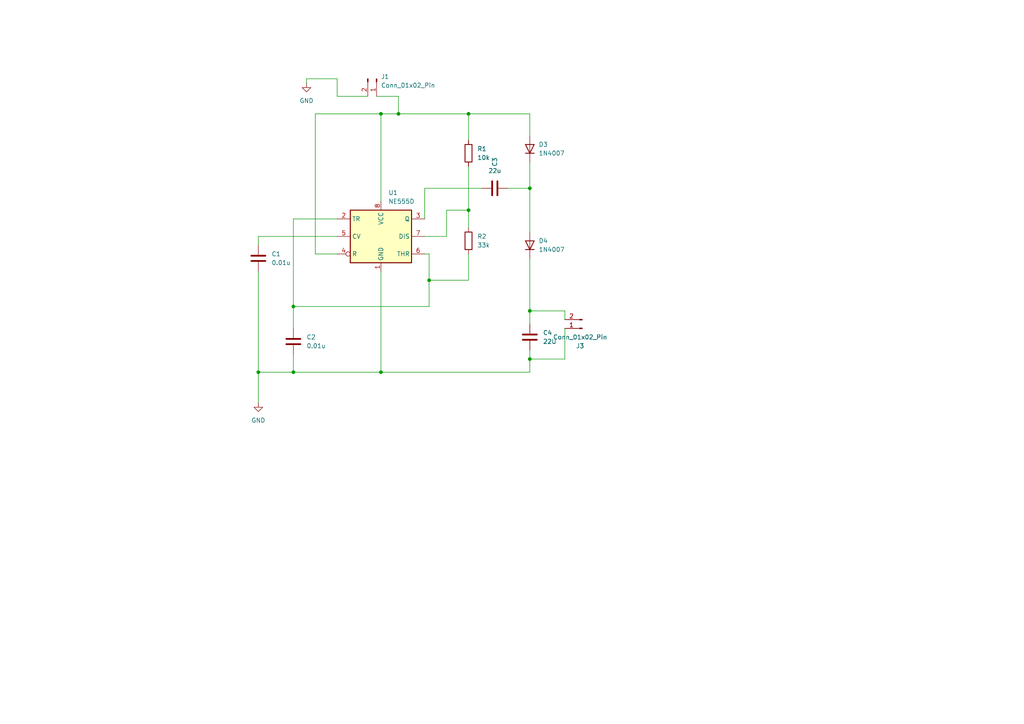
<source format=kicad_sch>
(kicad_sch
	(version 20250114)
	(generator "eeschema")
	(generator_version "9.0")
	(uuid "521efa3f-5708-428c-b778-da4a52286930")
	(paper "A4")
	(title_block
		(title "Voltage doubler")
		(date "1/12/2025")
		(rev "1.0")
		(company "XYZ")
	)
	(lib_symbols
		(symbol "Connector:Conn_01x02_Pin"
			(pin_names
				(offset 1.016)
				(hide yes)
			)
			(exclude_from_sim no)
			(in_bom yes)
			(on_board yes)
			(property "Reference" "J"
				(at 0 2.54 0)
				(effects
					(font
						(size 1.27 1.27)
					)
				)
			)
			(property "Value" "Conn_01x02_Pin"
				(at 0 -5.08 0)
				(effects
					(font
						(size 1.27 1.27)
					)
				)
			)
			(property "Footprint" ""
				(at 0 0 0)
				(effects
					(font
						(size 1.27 1.27)
					)
					(hide yes)
				)
			)
			(property "Datasheet" "~"
				(at 0 0 0)
				(effects
					(font
						(size 1.27 1.27)
					)
					(hide yes)
				)
			)
			(property "Description" "Generic connector, single row, 01x02, script generated"
				(at 0 0 0)
				(effects
					(font
						(size 1.27 1.27)
					)
					(hide yes)
				)
			)
			(property "ki_locked" ""
				(at 0 0 0)
				(effects
					(font
						(size 1.27 1.27)
					)
				)
			)
			(property "ki_keywords" "connector"
				(at 0 0 0)
				(effects
					(font
						(size 1.27 1.27)
					)
					(hide yes)
				)
			)
			(property "ki_fp_filters" "Connector*:*_1x??_*"
				(at 0 0 0)
				(effects
					(font
						(size 1.27 1.27)
					)
					(hide yes)
				)
			)
			(symbol "Conn_01x02_Pin_1_1"
				(rectangle
					(start 0.8636 0.127)
					(end 0 -0.127)
					(stroke
						(width 0.1524)
						(type default)
					)
					(fill
						(type outline)
					)
				)
				(rectangle
					(start 0.8636 -2.413)
					(end 0 -2.667)
					(stroke
						(width 0.1524)
						(type default)
					)
					(fill
						(type outline)
					)
				)
				(polyline
					(pts
						(xy 1.27 0) (xy 0.8636 0)
					)
					(stroke
						(width 0.1524)
						(type default)
					)
					(fill
						(type none)
					)
				)
				(polyline
					(pts
						(xy 1.27 -2.54) (xy 0.8636 -2.54)
					)
					(stroke
						(width 0.1524)
						(type default)
					)
					(fill
						(type none)
					)
				)
				(pin passive line
					(at 5.08 0 180)
					(length 3.81)
					(name "Pin_1"
						(effects
							(font
								(size 1.27 1.27)
							)
						)
					)
					(number "1"
						(effects
							(font
								(size 1.27 1.27)
							)
						)
					)
				)
				(pin passive line
					(at 5.08 -2.54 180)
					(length 3.81)
					(name "Pin_2"
						(effects
							(font
								(size 1.27 1.27)
							)
						)
					)
					(number "2"
						(effects
							(font
								(size 1.27 1.27)
							)
						)
					)
				)
			)
			(embedded_fonts no)
		)
		(symbol "Device:C"
			(pin_numbers
				(hide yes)
			)
			(pin_names
				(offset 0.254)
			)
			(exclude_from_sim no)
			(in_bom yes)
			(on_board yes)
			(property "Reference" "C"
				(at 0.635 2.54 0)
				(effects
					(font
						(size 1.27 1.27)
					)
					(justify left)
				)
			)
			(property "Value" "C"
				(at 0.635 -2.54 0)
				(effects
					(font
						(size 1.27 1.27)
					)
					(justify left)
				)
			)
			(property "Footprint" ""
				(at 0.9652 -3.81 0)
				(effects
					(font
						(size 1.27 1.27)
					)
					(hide yes)
				)
			)
			(property "Datasheet" "~"
				(at 0 0 0)
				(effects
					(font
						(size 1.27 1.27)
					)
					(hide yes)
				)
			)
			(property "Description" "Unpolarized capacitor"
				(at 0 0 0)
				(effects
					(font
						(size 1.27 1.27)
					)
					(hide yes)
				)
			)
			(property "ki_keywords" "cap capacitor"
				(at 0 0 0)
				(effects
					(font
						(size 1.27 1.27)
					)
					(hide yes)
				)
			)
			(property "ki_fp_filters" "C_*"
				(at 0 0 0)
				(effects
					(font
						(size 1.27 1.27)
					)
					(hide yes)
				)
			)
			(symbol "C_0_1"
				(polyline
					(pts
						(xy -2.032 0.762) (xy 2.032 0.762)
					)
					(stroke
						(width 0.508)
						(type default)
					)
					(fill
						(type none)
					)
				)
				(polyline
					(pts
						(xy -2.032 -0.762) (xy 2.032 -0.762)
					)
					(stroke
						(width 0.508)
						(type default)
					)
					(fill
						(type none)
					)
				)
			)
			(symbol "C_1_1"
				(pin passive line
					(at 0 3.81 270)
					(length 2.794)
					(name "~"
						(effects
							(font
								(size 1.27 1.27)
							)
						)
					)
					(number "1"
						(effects
							(font
								(size 1.27 1.27)
							)
						)
					)
				)
				(pin passive line
					(at 0 -3.81 90)
					(length 2.794)
					(name "~"
						(effects
							(font
								(size 1.27 1.27)
							)
						)
					)
					(number "2"
						(effects
							(font
								(size 1.27 1.27)
							)
						)
					)
				)
			)
			(embedded_fonts no)
		)
		(symbol "Device:R"
			(pin_numbers
				(hide yes)
			)
			(pin_names
				(offset 0)
			)
			(exclude_from_sim no)
			(in_bom yes)
			(on_board yes)
			(property "Reference" "R"
				(at 2.032 0 90)
				(effects
					(font
						(size 1.27 1.27)
					)
				)
			)
			(property "Value" "R"
				(at 0 0 90)
				(effects
					(font
						(size 1.27 1.27)
					)
				)
			)
			(property "Footprint" ""
				(at -1.778 0 90)
				(effects
					(font
						(size 1.27 1.27)
					)
					(hide yes)
				)
			)
			(property "Datasheet" "~"
				(at 0 0 0)
				(effects
					(font
						(size 1.27 1.27)
					)
					(hide yes)
				)
			)
			(property "Description" "Resistor"
				(at 0 0 0)
				(effects
					(font
						(size 1.27 1.27)
					)
					(hide yes)
				)
			)
			(property "ki_keywords" "R res resistor"
				(at 0 0 0)
				(effects
					(font
						(size 1.27 1.27)
					)
					(hide yes)
				)
			)
			(property "ki_fp_filters" "R_*"
				(at 0 0 0)
				(effects
					(font
						(size 1.27 1.27)
					)
					(hide yes)
				)
			)
			(symbol "R_0_1"
				(rectangle
					(start -1.016 -2.54)
					(end 1.016 2.54)
					(stroke
						(width 0.254)
						(type default)
					)
					(fill
						(type none)
					)
				)
			)
			(symbol "R_1_1"
				(pin passive line
					(at 0 3.81 270)
					(length 1.27)
					(name "~"
						(effects
							(font
								(size 1.27 1.27)
							)
						)
					)
					(number "1"
						(effects
							(font
								(size 1.27 1.27)
							)
						)
					)
				)
				(pin passive line
					(at 0 -3.81 90)
					(length 1.27)
					(name "~"
						(effects
							(font
								(size 1.27 1.27)
							)
						)
					)
					(number "2"
						(effects
							(font
								(size 1.27 1.27)
							)
						)
					)
				)
			)
			(embedded_fonts no)
		)
		(symbol "Diode:1N4007"
			(pin_numbers
				(hide yes)
			)
			(pin_names
				(hide yes)
			)
			(exclude_from_sim no)
			(in_bom yes)
			(on_board yes)
			(property "Reference" "D"
				(at 0 2.54 0)
				(effects
					(font
						(size 1.27 1.27)
					)
				)
			)
			(property "Value" "1N4007"
				(at 0 -2.54 0)
				(effects
					(font
						(size 1.27 1.27)
					)
				)
			)
			(property "Footprint" "Diode_THT:D_DO-41_SOD81_P10.16mm_Horizontal"
				(at 0 -4.445 0)
				(effects
					(font
						(size 1.27 1.27)
					)
					(hide yes)
				)
			)
			(property "Datasheet" "http://www.vishay.com/docs/88503/1n4001.pdf"
				(at 0 0 0)
				(effects
					(font
						(size 1.27 1.27)
					)
					(hide yes)
				)
			)
			(property "Description" "1000V 1A General Purpose Rectifier Diode, DO-41"
				(at 0 0 0)
				(effects
					(font
						(size 1.27 1.27)
					)
					(hide yes)
				)
			)
			(property "Sim.Device" "D"
				(at 0 0 0)
				(effects
					(font
						(size 1.27 1.27)
					)
					(hide yes)
				)
			)
			(property "Sim.Pins" "1=K 2=A"
				(at 0 0 0)
				(effects
					(font
						(size 1.27 1.27)
					)
					(hide yes)
				)
			)
			(property "ki_keywords" "diode"
				(at 0 0 0)
				(effects
					(font
						(size 1.27 1.27)
					)
					(hide yes)
				)
			)
			(property "ki_fp_filters" "D*DO?41*"
				(at 0 0 0)
				(effects
					(font
						(size 1.27 1.27)
					)
					(hide yes)
				)
			)
			(symbol "1N4007_0_1"
				(polyline
					(pts
						(xy -1.27 1.27) (xy -1.27 -1.27)
					)
					(stroke
						(width 0.254)
						(type default)
					)
					(fill
						(type none)
					)
				)
				(polyline
					(pts
						(xy 1.27 1.27) (xy 1.27 -1.27) (xy -1.27 0) (xy 1.27 1.27)
					)
					(stroke
						(width 0.254)
						(type default)
					)
					(fill
						(type none)
					)
				)
				(polyline
					(pts
						(xy 1.27 0) (xy -1.27 0)
					)
					(stroke
						(width 0)
						(type default)
					)
					(fill
						(type none)
					)
				)
			)
			(symbol "1N4007_1_1"
				(pin passive line
					(at -3.81 0 0)
					(length 2.54)
					(name "K"
						(effects
							(font
								(size 1.27 1.27)
							)
						)
					)
					(number "1"
						(effects
							(font
								(size 1.27 1.27)
							)
						)
					)
				)
				(pin passive line
					(at 3.81 0 180)
					(length 2.54)
					(name "A"
						(effects
							(font
								(size 1.27 1.27)
							)
						)
					)
					(number "2"
						(effects
							(font
								(size 1.27 1.27)
							)
						)
					)
				)
			)
			(embedded_fonts no)
		)
		(symbol "Timer:NE555D"
			(exclude_from_sim no)
			(in_bom yes)
			(on_board yes)
			(property "Reference" "U"
				(at -10.16 8.89 0)
				(effects
					(font
						(size 1.27 1.27)
					)
					(justify left)
				)
			)
			(property "Value" "NE555D"
				(at 2.54 8.89 0)
				(effects
					(font
						(size 1.27 1.27)
					)
					(justify left)
				)
			)
			(property "Footprint" "Package_SO:SOIC-8_3.9x4.9mm_P1.27mm"
				(at 21.59 -10.16 0)
				(effects
					(font
						(size 1.27 1.27)
					)
					(hide yes)
				)
			)
			(property "Datasheet" "http://www.ti.com/lit/ds/symlink/ne555.pdf"
				(at 21.59 -10.16 0)
				(effects
					(font
						(size 1.27 1.27)
					)
					(hide yes)
				)
			)
			(property "Description" "Precision Timers, 555 compatible, SOIC-8"
				(at 0 0 0)
				(effects
					(font
						(size 1.27 1.27)
					)
					(hide yes)
				)
			)
			(property "ki_keywords" "single timer 555"
				(at 0 0 0)
				(effects
					(font
						(size 1.27 1.27)
					)
					(hide yes)
				)
			)
			(property "ki_fp_filters" "SOIC*3.9x4.9mm*P1.27mm*"
				(at 0 0 0)
				(effects
					(font
						(size 1.27 1.27)
					)
					(hide yes)
				)
			)
			(symbol "NE555D_0_0"
				(pin power_in line
					(at 0 10.16 270)
					(length 2.54)
					(name "VCC"
						(effects
							(font
								(size 1.27 1.27)
							)
						)
					)
					(number "8"
						(effects
							(font
								(size 1.27 1.27)
							)
						)
					)
				)
				(pin power_in line
					(at 0 -10.16 90)
					(length 2.54)
					(name "GND"
						(effects
							(font
								(size 1.27 1.27)
							)
						)
					)
					(number "1"
						(effects
							(font
								(size 1.27 1.27)
							)
						)
					)
				)
			)
			(symbol "NE555D_0_1"
				(rectangle
					(start -8.89 -7.62)
					(end 8.89 7.62)
					(stroke
						(width 0.254)
						(type default)
					)
					(fill
						(type background)
					)
				)
				(rectangle
					(start -8.89 -7.62)
					(end 8.89 7.62)
					(stroke
						(width 0.254)
						(type default)
					)
					(fill
						(type background)
					)
				)
			)
			(symbol "NE555D_1_1"
				(pin input line
					(at -12.7 5.08 0)
					(length 3.81)
					(name "TR"
						(effects
							(font
								(size 1.27 1.27)
							)
						)
					)
					(number "2"
						(effects
							(font
								(size 1.27 1.27)
							)
						)
					)
				)
				(pin input line
					(at -12.7 0 0)
					(length 3.81)
					(name "CV"
						(effects
							(font
								(size 1.27 1.27)
							)
						)
					)
					(number "5"
						(effects
							(font
								(size 1.27 1.27)
							)
						)
					)
				)
				(pin input inverted
					(at -12.7 -5.08 0)
					(length 3.81)
					(name "R"
						(effects
							(font
								(size 1.27 1.27)
							)
						)
					)
					(number "4"
						(effects
							(font
								(size 1.27 1.27)
							)
						)
					)
				)
				(pin output line
					(at 12.7 5.08 180)
					(length 3.81)
					(name "Q"
						(effects
							(font
								(size 1.27 1.27)
							)
						)
					)
					(number "3"
						(effects
							(font
								(size 1.27 1.27)
							)
						)
					)
				)
				(pin input line
					(at 12.7 0 180)
					(length 3.81)
					(name "DIS"
						(effects
							(font
								(size 1.27 1.27)
							)
						)
					)
					(number "7"
						(effects
							(font
								(size 1.27 1.27)
							)
						)
					)
				)
				(pin input line
					(at 12.7 -5.08 180)
					(length 3.81)
					(name "THR"
						(effects
							(font
								(size 1.27 1.27)
							)
						)
					)
					(number "6"
						(effects
							(font
								(size 1.27 1.27)
							)
						)
					)
				)
			)
			(embedded_fonts no)
		)
		(symbol "power:GND"
			(power)
			(pin_numbers
				(hide yes)
			)
			(pin_names
				(offset 0)
				(hide yes)
			)
			(exclude_from_sim no)
			(in_bom yes)
			(on_board yes)
			(property "Reference" "#PWR"
				(at 0 -6.35 0)
				(effects
					(font
						(size 1.27 1.27)
					)
					(hide yes)
				)
			)
			(property "Value" "GND"
				(at 0 -3.81 0)
				(effects
					(font
						(size 1.27 1.27)
					)
				)
			)
			(property "Footprint" ""
				(at 0 0 0)
				(effects
					(font
						(size 1.27 1.27)
					)
					(hide yes)
				)
			)
			(property "Datasheet" ""
				(at 0 0 0)
				(effects
					(font
						(size 1.27 1.27)
					)
					(hide yes)
				)
			)
			(property "Description" "Power symbol creates a global label with name \"GND\" , ground"
				(at 0 0 0)
				(effects
					(font
						(size 1.27 1.27)
					)
					(hide yes)
				)
			)
			(property "ki_keywords" "global power"
				(at 0 0 0)
				(effects
					(font
						(size 1.27 1.27)
					)
					(hide yes)
				)
			)
			(symbol "GND_0_1"
				(polyline
					(pts
						(xy 0 0) (xy 0 -1.27) (xy 1.27 -1.27) (xy 0 -2.54) (xy -1.27 -1.27) (xy 0 -1.27)
					)
					(stroke
						(width 0)
						(type default)
					)
					(fill
						(type none)
					)
				)
			)
			(symbol "GND_1_1"
				(pin power_in line
					(at 0 0 270)
					(length 0)
					(name "~"
						(effects
							(font
								(size 1.27 1.27)
							)
						)
					)
					(number "1"
						(effects
							(font
								(size 1.27 1.27)
							)
						)
					)
				)
			)
			(embedded_fonts no)
		)
	)
	(junction
		(at 135.89 60.96)
		(diameter 0)
		(color 0 0 0 0)
		(uuid "039d8967-da27-4f3a-adc3-713523512712")
	)
	(junction
		(at 135.89 33.02)
		(diameter 0)
		(color 0 0 0 0)
		(uuid "11ab6187-6712-4741-844b-4b51bb1df777")
	)
	(junction
		(at 153.67 104.14)
		(diameter 0)
		(color 0 0 0 0)
		(uuid "274160be-4347-4eef-909c-83d05162cc84")
	)
	(junction
		(at 74.93 107.95)
		(diameter 0)
		(color 0 0 0 0)
		(uuid "485042d7-c67f-4c7f-8e09-05aea955ea37")
	)
	(junction
		(at 85.09 107.95)
		(diameter 0)
		(color 0 0 0 0)
		(uuid "505f99f8-e7ad-4e81-b14d-67e3256d07c7")
	)
	(junction
		(at 85.09 88.9)
		(diameter 0)
		(color 0 0 0 0)
		(uuid "5c2a77b8-3b70-46da-80d1-3dd18f2e924c")
	)
	(junction
		(at 110.49 107.95)
		(diameter 0)
		(color 0 0 0 0)
		(uuid "afe66c8b-a1cf-44b0-b033-fb1af5913449")
	)
	(junction
		(at 110.49 33.02)
		(diameter 0)
		(color 0 0 0 0)
		(uuid "c2bccd92-771c-431b-827d-de6ce107625b")
	)
	(junction
		(at 115.57 33.02)
		(diameter 0)
		(color 0 0 0 0)
		(uuid "c3035a6f-f62b-4692-ae84-58710b8441c7")
	)
	(junction
		(at 153.67 90.17)
		(diameter 0)
		(color 0 0 0 0)
		(uuid "d74176df-a9ed-4e0a-9aa7-27ba86d3e565")
	)
	(junction
		(at 124.46 81.28)
		(diameter 0)
		(color 0 0 0 0)
		(uuid "dddb45c2-f6e2-4a6e-8711-52cf06f87456")
	)
	(junction
		(at 153.67 54.61)
		(diameter 0)
		(color 0 0 0 0)
		(uuid "f3c28e27-14c0-4e08-a861-80d8fc645e89")
	)
	(wire
		(pts
			(xy 153.67 90.17) (xy 163.83 90.17)
		)
		(stroke
			(width 0)
			(type default)
		)
		(uuid "08503ca5-858e-44af-9c52-19e82c9367cb")
	)
	(wire
		(pts
			(xy 85.09 88.9) (xy 124.46 88.9)
		)
		(stroke
			(width 0)
			(type default)
		)
		(uuid "0a63f50e-075a-45a4-b7eb-5e23145f0f2e")
	)
	(wire
		(pts
			(xy 109.22 27.94) (xy 115.57 27.94)
		)
		(stroke
			(width 0)
			(type default)
		)
		(uuid "1859f6d6-f1fd-4187-8532-a73cb524f2ae")
	)
	(wire
		(pts
			(xy 135.89 60.96) (xy 135.89 66.04)
		)
		(stroke
			(width 0)
			(type default)
		)
		(uuid "1a2b09a2-4b92-4638-8340-f53c16d52145")
	)
	(wire
		(pts
			(xy 124.46 73.66) (xy 124.46 81.28)
		)
		(stroke
			(width 0)
			(type default)
		)
		(uuid "2569c2b4-c162-4714-bd96-1e416199b16e")
	)
	(wire
		(pts
			(xy 153.67 101.6) (xy 153.67 104.14)
		)
		(stroke
			(width 0)
			(type default)
		)
		(uuid "284c4387-934e-45dc-8e8a-730f270aad94")
	)
	(wire
		(pts
			(xy 97.79 68.58) (xy 74.93 68.58)
		)
		(stroke
			(width 0)
			(type default)
		)
		(uuid "336f0de7-9959-491b-99a5-471bd5970de2")
	)
	(wire
		(pts
			(xy 163.83 95.25) (xy 163.83 104.14)
		)
		(stroke
			(width 0)
			(type default)
		)
		(uuid "351ed0b7-4e56-45d8-ae68-ce8885bb0a71")
	)
	(wire
		(pts
			(xy 115.57 33.02) (xy 135.89 33.02)
		)
		(stroke
			(width 0)
			(type default)
		)
		(uuid "35aaef50-6a37-4519-b8a4-17ed1ecc712d")
	)
	(wire
		(pts
			(xy 110.49 107.95) (xy 153.67 107.95)
		)
		(stroke
			(width 0)
			(type default)
		)
		(uuid "388a82d4-ff7c-4df1-acce-d23411831705")
	)
	(wire
		(pts
			(xy 74.93 78.74) (xy 74.93 107.95)
		)
		(stroke
			(width 0)
			(type default)
		)
		(uuid "3aefb20d-8694-4ad9-a19d-b17e60c208d2")
	)
	(wire
		(pts
			(xy 74.93 107.95) (xy 74.93 116.84)
		)
		(stroke
			(width 0)
			(type default)
		)
		(uuid "3b83f883-8167-4c08-9ea3-377e6adf2b41")
	)
	(wire
		(pts
			(xy 97.79 27.94) (xy 97.79 22.86)
		)
		(stroke
			(width 0)
			(type default)
		)
		(uuid "3cdc7908-a00e-4842-a444-839b00d106a3")
	)
	(wire
		(pts
			(xy 115.57 27.94) (xy 115.57 33.02)
		)
		(stroke
			(width 0)
			(type default)
		)
		(uuid "3f38d17a-2322-4616-bd62-4c5f4ac7a485")
	)
	(wire
		(pts
			(xy 124.46 81.28) (xy 135.89 81.28)
		)
		(stroke
			(width 0)
			(type default)
		)
		(uuid "3f94ce8f-352a-46ac-b945-a7be17093f31")
	)
	(wire
		(pts
			(xy 153.67 104.14) (xy 163.83 104.14)
		)
		(stroke
			(width 0)
			(type default)
		)
		(uuid "47124f0c-3bd7-4c93-9aa4-57e5b56f6743")
	)
	(wire
		(pts
			(xy 153.67 54.61) (xy 153.67 46.99)
		)
		(stroke
			(width 0)
			(type default)
		)
		(uuid "48c5e765-29ab-447e-bce2-22da55acbc4d")
	)
	(wire
		(pts
			(xy 110.49 58.42) (xy 110.49 33.02)
		)
		(stroke
			(width 0)
			(type default)
		)
		(uuid "4fe03cd2-5772-4b2c-8c83-62336d49f222")
	)
	(wire
		(pts
			(xy 123.19 73.66) (xy 124.46 73.66)
		)
		(stroke
			(width 0)
			(type default)
		)
		(uuid "56bb123d-9dfa-40e5-a563-914a2dc6be23")
	)
	(wire
		(pts
			(xy 153.67 39.37) (xy 153.67 33.02)
		)
		(stroke
			(width 0)
			(type default)
		)
		(uuid "6a1cdee2-2c46-47ba-9c6d-9737de50f1e8")
	)
	(wire
		(pts
			(xy 153.67 90.17) (xy 153.67 93.98)
		)
		(stroke
			(width 0)
			(type default)
		)
		(uuid "6a2dfb87-6797-41ca-9ae8-d33d40bbbcae")
	)
	(wire
		(pts
			(xy 91.44 73.66) (xy 91.44 33.02)
		)
		(stroke
			(width 0)
			(type default)
		)
		(uuid "6e4e2f32-56e1-4523-b212-c2d197d66ca1")
	)
	(wire
		(pts
			(xy 135.89 33.02) (xy 135.89 40.64)
		)
		(stroke
			(width 0)
			(type default)
		)
		(uuid "71001b2d-815d-4c70-b9d7-aff402f510ce")
	)
	(wire
		(pts
			(xy 153.67 104.14) (xy 153.67 107.95)
		)
		(stroke
			(width 0)
			(type default)
		)
		(uuid "726411bd-e51a-452e-9931-9473f425e77b")
	)
	(wire
		(pts
			(xy 124.46 81.28) (xy 124.46 88.9)
		)
		(stroke
			(width 0)
			(type default)
		)
		(uuid "83efc689-6002-4588-bb38-cfca2c5908de")
	)
	(wire
		(pts
			(xy 135.89 33.02) (xy 153.67 33.02)
		)
		(stroke
			(width 0)
			(type default)
		)
		(uuid "8f749876-8397-4ad0-87cc-f1f1fd717818")
	)
	(wire
		(pts
			(xy 163.83 90.17) (xy 163.83 92.71)
		)
		(stroke
			(width 0)
			(type default)
		)
		(uuid "97fcd128-d87f-444d-aec5-fd0e33741f24")
	)
	(wire
		(pts
			(xy 88.9 22.86) (xy 88.9 24.13)
		)
		(stroke
			(width 0)
			(type default)
		)
		(uuid "9b55d0dd-5124-4792-976b-85fe03e8449f")
	)
	(wire
		(pts
			(xy 129.54 68.58) (xy 129.54 60.96)
		)
		(stroke
			(width 0)
			(type default)
		)
		(uuid "9c7f881b-2669-47c6-b53a-75b1bd6568bd")
	)
	(wire
		(pts
			(xy 97.79 63.5) (xy 85.09 63.5)
		)
		(stroke
			(width 0)
			(type default)
		)
		(uuid "a70b86a0-4327-404b-a1c1-4b9e8667c2e5")
	)
	(wire
		(pts
			(xy 129.54 60.96) (xy 135.89 60.96)
		)
		(stroke
			(width 0)
			(type default)
		)
		(uuid "ab2a4aff-b24c-4f36-bc75-73a9ce3f2d5a")
	)
	(wire
		(pts
			(xy 110.49 33.02) (xy 115.57 33.02)
		)
		(stroke
			(width 0)
			(type default)
		)
		(uuid "b99fa44e-25ed-43da-ae7d-72e662b8f0b0")
	)
	(wire
		(pts
			(xy 74.93 107.95) (xy 85.09 107.95)
		)
		(stroke
			(width 0)
			(type default)
		)
		(uuid "bfad7e07-156c-4fe4-b760-c0b461c36eaf")
	)
	(wire
		(pts
			(xy 85.09 88.9) (xy 85.09 95.25)
		)
		(stroke
			(width 0)
			(type default)
		)
		(uuid "c28d8570-9806-45be-9e7f-d542e76a95f2")
	)
	(wire
		(pts
			(xy 85.09 63.5) (xy 85.09 88.9)
		)
		(stroke
			(width 0)
			(type default)
		)
		(uuid "c305ed25-2be1-40ff-b46a-f6a5c505d7d6")
	)
	(wire
		(pts
			(xy 110.49 78.74) (xy 110.49 107.95)
		)
		(stroke
			(width 0)
			(type default)
		)
		(uuid "d095fefa-d48e-4fb1-9121-7e3ae7538c5f")
	)
	(wire
		(pts
			(xy 153.67 54.61) (xy 153.67 67.31)
		)
		(stroke
			(width 0)
			(type default)
		)
		(uuid "d3b37be3-60e2-4211-bf04-5334b2ca0c6f")
	)
	(wire
		(pts
			(xy 123.19 63.5) (xy 123.19 54.61)
		)
		(stroke
			(width 0)
			(type default)
		)
		(uuid "dc1a906f-bcde-4a8c-b2e9-a05e5dea9ab4")
	)
	(wire
		(pts
			(xy 135.89 73.66) (xy 135.89 81.28)
		)
		(stroke
			(width 0)
			(type default)
		)
		(uuid "dc908496-dc54-4dd4-aff3-d0f2fd6be37a")
	)
	(wire
		(pts
			(xy 74.93 68.58) (xy 74.93 71.12)
		)
		(stroke
			(width 0)
			(type default)
		)
		(uuid "de84e004-783b-47b2-9ad7-cdc77a85d0cb")
	)
	(wire
		(pts
			(xy 91.44 33.02) (xy 110.49 33.02)
		)
		(stroke
			(width 0)
			(type default)
		)
		(uuid "df542507-a3e7-4b38-9650-6e55886b6b9e")
	)
	(wire
		(pts
			(xy 85.09 102.87) (xy 85.09 107.95)
		)
		(stroke
			(width 0)
			(type default)
		)
		(uuid "e26c70ab-c738-4c64-954e-39a5fc448e82")
	)
	(wire
		(pts
			(xy 135.89 48.26) (xy 135.89 60.96)
		)
		(stroke
			(width 0)
			(type default)
		)
		(uuid "ea12aeeb-9b95-450c-91f1-34a33410e26c")
	)
	(wire
		(pts
			(xy 97.79 73.66) (xy 91.44 73.66)
		)
		(stroke
			(width 0)
			(type default)
		)
		(uuid "ee627952-f779-4c33-9bcd-14ce01e52bd1")
	)
	(wire
		(pts
			(xy 147.32 54.61) (xy 153.67 54.61)
		)
		(stroke
			(width 0)
			(type default)
		)
		(uuid "f1bc0bcf-190f-441e-ae71-78e25dd0c73f")
	)
	(wire
		(pts
			(xy 123.19 68.58) (xy 129.54 68.58)
		)
		(stroke
			(width 0)
			(type default)
		)
		(uuid "f35fdf90-5db1-40e5-a1c0-9a0aa28f34f5")
	)
	(wire
		(pts
			(xy 106.68 27.94) (xy 97.79 27.94)
		)
		(stroke
			(width 0)
			(type default)
		)
		(uuid "f38f7d04-8c15-4061-9b3f-33a24fd96ae3")
	)
	(wire
		(pts
			(xy 97.79 22.86) (xy 88.9 22.86)
		)
		(stroke
			(width 0)
			(type default)
		)
		(uuid "f564b187-f8cd-48ba-baef-e04200ad51c8")
	)
	(wire
		(pts
			(xy 123.19 54.61) (xy 139.7 54.61)
		)
		(stroke
			(width 0)
			(type default)
		)
		(uuid "f94c6804-e5b3-42a2-b184-ff4dd54e0b43")
	)
	(wire
		(pts
			(xy 153.67 74.93) (xy 153.67 90.17)
		)
		(stroke
			(width 0)
			(type default)
		)
		(uuid "fa4f0c2f-1119-4012-a518-586aa953caef")
	)
	(wire
		(pts
			(xy 85.09 107.95) (xy 110.49 107.95)
		)
		(stroke
			(width 0)
			(type default)
		)
		(uuid "fd354cc4-c9ab-4baf-8a1e-7eef41800a9d")
	)
	(symbol
		(lib_id "Timer:NE555D")
		(at 110.49 68.58 0)
		(unit 1)
		(exclude_from_sim no)
		(in_bom yes)
		(on_board yes)
		(dnp no)
		(fields_autoplaced yes)
		(uuid "0d8dc89f-6682-4b36-b95a-9d1199a252e0")
		(property "Reference" "U1"
			(at 112.6333 55.88 0)
			(effects
				(font
					(size 1.27 1.27)
				)
				(justify left)
			)
		)
		(property "Value" "NE555D"
			(at 112.6333 58.42 0)
			(effects
				(font
					(size 1.27 1.27)
				)
				(justify left)
			)
		)
		(property "Footprint" "Package_SO:SOIC-8_3.9x4.9mm_P1.27mm"
			(at 132.08 78.74 0)
			(effects
				(font
					(size 1.27 1.27)
				)
				(hide yes)
			)
		)
		(property "Datasheet" "http://www.ti.com/lit/ds/symlink/ne555.pdf"
			(at 132.08 78.74 0)
			(effects
				(font
					(size 1.27 1.27)
				)
				(hide yes)
			)
		)
		(property "Description" "Precision Timers, 555 compatible, SOIC-8"
			(at 110.49 68.58 0)
			(effects
				(font
					(size 1.27 1.27)
				)
				(hide yes)
			)
		)
		(pin "5"
			(uuid "feed3215-b57e-420d-8d87-ea20af812fd0")
		)
		(pin "1"
			(uuid "dd07389d-d8db-415b-88be-540df803a273")
		)
		(pin "4"
			(uuid "c433d939-b418-4b3d-a7ab-9940ff97a9ed")
		)
		(pin "7"
			(uuid "839b9c3f-7558-4593-a308-67c54b3dea2d")
		)
		(pin "6"
			(uuid "4677bdf3-2d86-409b-9212-4e09230a591f")
		)
		(pin "3"
			(uuid "2f942682-3e33-4e79-ad75-6fbcee5d3f2c")
		)
		(pin "2"
			(uuid "dfb01122-df7f-4e58-a91f-fd2d4f38bd6b")
		)
		(pin "8"
			(uuid "18f2b558-84f7-48f1-a809-f979e4a8af0b")
		)
		(instances
			(project ""
				(path "/521efa3f-5708-428c-b778-da4a52286930"
					(reference "U1")
					(unit 1)
				)
			)
		)
	)
	(symbol
		(lib_id "Device:C")
		(at 85.09 99.06 0)
		(unit 1)
		(exclude_from_sim no)
		(in_bom yes)
		(on_board yes)
		(dnp no)
		(fields_autoplaced yes)
		(uuid "27f3e56b-87bc-48fd-a388-f74e6c51bb08")
		(property "Reference" "C2"
			(at 88.9 97.7899 0)
			(effects
				(font
					(size 1.27 1.27)
				)
				(justify left)
			)
		)
		(property "Value" "0.01u"
			(at 88.9 100.3299 0)
			(effects
				(font
					(size 1.27 1.27)
				)
				(justify left)
			)
		)
		(property "Footprint" "Capacitor_THT:C_Disc_D3.0mm_W2.0mm_P2.50mm"
			(at 86.0552 102.87 0)
			(effects
				(font
					(size 1.27 1.27)
				)
				(hide yes)
			)
		)
		(property "Datasheet" "~"
			(at 85.09 99.06 0)
			(effects
				(font
					(size 1.27 1.27)
				)
				(hide yes)
			)
		)
		(property "Description" "Unpolarized capacitor"
			(at 85.09 99.06 0)
			(effects
				(font
					(size 1.27 1.27)
				)
				(hide yes)
			)
		)
		(pin "2"
			(uuid "6b70977f-ff7c-41d6-92d2-4c9d90d2f846")
		)
		(pin "1"
			(uuid "40415f4d-3b2b-4ba2-8b79-7e5d2b89660c")
		)
		(instances
			(project ""
				(path "/521efa3f-5708-428c-b778-da4a52286930"
					(reference "C2")
					(unit 1)
				)
			)
		)
	)
	(symbol
		(lib_id "Diode:1N4007")
		(at 153.67 71.12 90)
		(unit 1)
		(exclude_from_sim no)
		(in_bom yes)
		(on_board yes)
		(dnp no)
		(fields_autoplaced yes)
		(uuid "4a42c4fe-c914-4870-9813-50898ab0d23f")
		(property "Reference" "D4"
			(at 156.21 69.8499 90)
			(effects
				(font
					(size 1.27 1.27)
				)
				(justify right)
			)
		)
		(property "Value" "1N4007"
			(at 156.21 72.3899 90)
			(effects
				(font
					(size 1.27 1.27)
				)
				(justify right)
			)
		)
		(property "Footprint" "Diode_THT:D_DO-41_SOD81_P10.16mm_Horizontal"
			(at 158.115 71.12 0)
			(effects
				(font
					(size 1.27 1.27)
				)
				(hide yes)
			)
		)
		(property "Datasheet" "http://www.vishay.com/docs/88503/1n4001.pdf"
			(at 153.67 71.12 0)
			(effects
				(font
					(size 1.27 1.27)
				)
				(hide yes)
			)
		)
		(property "Description" "1000V 1A General Purpose Rectifier Diode, DO-41"
			(at 153.67 71.12 0)
			(effects
				(font
					(size 1.27 1.27)
				)
				(hide yes)
			)
		)
		(property "Sim.Device" "D"
			(at 153.67 71.12 0)
			(effects
				(font
					(size 1.27 1.27)
				)
				(hide yes)
			)
		)
		(property "Sim.Pins" "1=K 2=A"
			(at 153.67 71.12 0)
			(effects
				(font
					(size 1.27 1.27)
				)
				(hide yes)
			)
		)
		(pin "1"
			(uuid "43b37286-149e-4951-ba87-24b09fd6c3db")
		)
		(pin "2"
			(uuid "e6b7d588-66e9-495d-be15-f3964737fcbc")
		)
		(instances
			(project ""
				(path "/521efa3f-5708-428c-b778-da4a52286930"
					(reference "D4")
					(unit 1)
				)
			)
		)
	)
	(symbol
		(lib_id "Device:R")
		(at 135.89 44.45 0)
		(unit 1)
		(exclude_from_sim no)
		(in_bom yes)
		(on_board yes)
		(dnp no)
		(fields_autoplaced yes)
		(uuid "5f6b4926-e1d8-42fd-b74d-b7c1593746b9")
		(property "Reference" "R1"
			(at 138.43 43.1799 0)
			(effects
				(font
					(size 1.27 1.27)
				)
				(justify left)
			)
		)
		(property "Value" "10k"
			(at 138.43 45.7199 0)
			(effects
				(font
					(size 1.27 1.27)
				)
				(justify left)
			)
		)
		(property "Footprint" "Resistor_THT:R_Axial_DIN0204_L3.6mm_D1.6mm_P5.08mm_Horizontal"
			(at 134.112 44.45 90)
			(effects
				(font
					(size 1.27 1.27)
				)
				(hide yes)
			)
		)
		(property "Datasheet" "~"
			(at 135.89 44.45 0)
			(effects
				(font
					(size 1.27 1.27)
				)
				(hide yes)
			)
		)
		(property "Description" "Resistor"
			(at 135.89 44.45 0)
			(effects
				(font
					(size 1.27 1.27)
				)
				(hide yes)
			)
		)
		(pin "1"
			(uuid "6dc27493-b587-414b-b85d-f092552a7ddf")
		)
		(pin "2"
			(uuid "4ee9f8db-1a38-4d9f-94ce-5b90a7a3d5ad")
		)
		(instances
			(project ""
				(path "/521efa3f-5708-428c-b778-da4a52286930"
					(reference "R1")
					(unit 1)
				)
			)
		)
	)
	(symbol
		(lib_id "Device:C")
		(at 153.67 97.79 0)
		(unit 1)
		(exclude_from_sim no)
		(in_bom yes)
		(on_board yes)
		(dnp no)
		(fields_autoplaced yes)
		(uuid "607e2007-04ba-4046-b222-b4d44199b4eb")
		(property "Reference" "C4"
			(at 157.48 96.5199 0)
			(effects
				(font
					(size 1.27 1.27)
				)
				(justify left)
			)
		)
		(property "Value" "22U"
			(at 157.48 99.0599 0)
			(effects
				(font
					(size 1.27 1.27)
				)
				(justify left)
			)
		)
		(property "Footprint" "Capacitor_THT:C_Disc_D3.0mm_W1.6mm_P2.50mm"
			(at 154.6352 101.6 0)
			(effects
				(font
					(size 1.27 1.27)
				)
				(hide yes)
			)
		)
		(property "Datasheet" "~"
			(at 153.67 97.79 0)
			(effects
				(font
					(size 1.27 1.27)
				)
				(hide yes)
			)
		)
		(property "Description" "Unpolarized capacitor"
			(at 153.67 97.79 0)
			(effects
				(font
					(size 1.27 1.27)
				)
				(hide yes)
			)
		)
		(pin "2"
			(uuid "ba7f3769-7b17-411d-a7a6-97990506355e")
		)
		(pin "1"
			(uuid "5e48ee78-8ba5-4ed2-a48c-c0717cc92f70")
		)
		(instances
			(project ""
				(path "/521efa3f-5708-428c-b778-da4a52286930"
					(reference "C4")
					(unit 1)
				)
			)
		)
	)
	(symbol
		(lib_id "Device:C")
		(at 74.93 74.93 0)
		(unit 1)
		(exclude_from_sim no)
		(in_bom yes)
		(on_board yes)
		(dnp no)
		(fields_autoplaced yes)
		(uuid "76e423f4-a1a0-446d-a0c3-97135f1c271e")
		(property "Reference" "C1"
			(at 78.74 73.6599 0)
			(effects
				(font
					(size 1.27 1.27)
				)
				(justify left)
			)
		)
		(property "Value" "0.01u"
			(at 78.74 76.1999 0)
			(effects
				(font
					(size 1.27 1.27)
				)
				(justify left)
			)
		)
		(property "Footprint" "Capacitor_THT:C_Disc_D3.0mm_W2.0mm_P2.50mm"
			(at 75.8952 78.74 0)
			(effects
				(font
					(size 1.27 1.27)
				)
				(hide yes)
			)
		)
		(property "Datasheet" "~"
			(at 74.93 74.93 0)
			(effects
				(font
					(size 1.27 1.27)
				)
				(hide yes)
			)
		)
		(property "Description" "Unpolarized capacitor"
			(at 74.93 74.93 0)
			(effects
				(font
					(size 1.27 1.27)
				)
				(hide yes)
			)
		)
		(pin "1"
			(uuid "586b5d61-3dbd-4d2a-bbab-d7ddfa55f639")
		)
		(pin "2"
			(uuid "88aeb949-c996-4b1f-958a-90977b96771b")
		)
		(instances
			(project ""
				(path "/521efa3f-5708-428c-b778-da4a52286930"
					(reference "C1")
					(unit 1)
				)
			)
		)
	)
	(symbol
		(lib_id "Device:C")
		(at 143.51 54.61 90)
		(unit 1)
		(exclude_from_sim no)
		(in_bom yes)
		(on_board yes)
		(dnp no)
		(uuid "863dd6da-d58a-4f43-a358-febcbfb17540")
		(property "Reference" "C3"
			(at 143.51 46.99 0)
			(effects
				(font
					(size 1.27 1.27)
				)
			)
		)
		(property "Value" "22u"
			(at 143.51 49.53 90)
			(effects
				(font
					(size 1.27 1.27)
				)
			)
		)
		(property "Footprint" "Capacitor_THT:CP_Radial_D4.0mm_P1.50mm"
			(at 147.32 53.6448 0)
			(effects
				(font
					(size 1.27 1.27)
				)
				(hide yes)
			)
		)
		(property "Datasheet" "~"
			(at 143.51 54.61 0)
			(effects
				(font
					(size 1.27 1.27)
				)
				(hide yes)
			)
		)
		(property "Description" "Unpolarized capacitor"
			(at 143.51 54.61 0)
			(effects
				(font
					(size 1.27 1.27)
				)
				(hide yes)
			)
		)
		(pin "2"
			(uuid "8e7682d5-9837-488c-9ee0-9165f500b324")
		)
		(pin "1"
			(uuid "26e7765a-65bd-49a3-83de-c0112f34f28a")
		)
		(instances
			(project ""
				(path "/521efa3f-5708-428c-b778-da4a52286930"
					(reference "C3")
					(unit 1)
				)
			)
		)
	)
	(symbol
		(lib_id "power:GND")
		(at 74.93 116.84 0)
		(unit 1)
		(exclude_from_sim no)
		(in_bom yes)
		(on_board yes)
		(dnp no)
		(fields_autoplaced yes)
		(uuid "946d6b36-86c0-4f1a-ba65-2519b793c570")
		(property "Reference" "#PWR02"
			(at 74.93 123.19 0)
			(effects
				(font
					(size 1.27 1.27)
				)
				(hide yes)
			)
		)
		(property "Value" "GND"
			(at 74.93 121.92 0)
			(effects
				(font
					(size 1.27 1.27)
				)
			)
		)
		(property "Footprint" ""
			(at 74.93 116.84 0)
			(effects
				(font
					(size 1.27 1.27)
				)
				(hide yes)
			)
		)
		(property "Datasheet" ""
			(at 74.93 116.84 0)
			(effects
				(font
					(size 1.27 1.27)
				)
				(hide yes)
			)
		)
		(property "Description" "Power symbol creates a global label with name \"GND\" , ground"
			(at 74.93 116.84 0)
			(effects
				(font
					(size 1.27 1.27)
				)
				(hide yes)
			)
		)
		(pin "1"
			(uuid "f5406837-7ee6-43eb-b49f-d845dfa07402")
		)
		(instances
			(project ""
				(path "/521efa3f-5708-428c-b778-da4a52286930"
					(reference "#PWR02")
					(unit 1)
				)
			)
		)
	)
	(symbol
		(lib_id "Device:R")
		(at 135.89 69.85 0)
		(unit 1)
		(exclude_from_sim no)
		(in_bom yes)
		(on_board yes)
		(dnp no)
		(fields_autoplaced yes)
		(uuid "ab165756-485d-4e7d-a4de-39a38584827c")
		(property "Reference" "R2"
			(at 138.43 68.5799 0)
			(effects
				(font
					(size 1.27 1.27)
				)
				(justify left)
			)
		)
		(property "Value" "33k"
			(at 138.43 71.1199 0)
			(effects
				(font
					(size 1.27 1.27)
				)
				(justify left)
			)
		)
		(property "Footprint" "Resistor_THT:R_Axial_DIN0204_L3.6mm_D1.6mm_P5.08mm_Horizontal"
			(at 134.112 69.85 90)
			(effects
				(font
					(size 1.27 1.27)
				)
				(hide yes)
			)
		)
		(property "Datasheet" "~"
			(at 135.89 69.85 0)
			(effects
				(font
					(size 1.27 1.27)
				)
				(hide yes)
			)
		)
		(property "Description" "Resistor"
			(at 135.89 69.85 0)
			(effects
				(font
					(size 1.27 1.27)
				)
				(hide yes)
			)
		)
		(pin "1"
			(uuid "36495cb7-4592-4444-9dc2-4e2bde9837cb")
		)
		(pin "2"
			(uuid "1d895f20-8e95-4cb0-9def-48261361c1e5")
		)
		(instances
			(project ""
				(path "/521efa3f-5708-428c-b778-da4a52286930"
					(reference "R2")
					(unit 1)
				)
			)
		)
	)
	(symbol
		(lib_id "Diode:1N4007")
		(at 153.67 43.18 90)
		(unit 1)
		(exclude_from_sim no)
		(in_bom yes)
		(on_board yes)
		(dnp no)
		(fields_autoplaced yes)
		(uuid "ae5155da-7d94-44d9-b99b-196d7146fa8e")
		(property "Reference" "D3"
			(at 156.21 41.9099 90)
			(effects
				(font
					(size 1.27 1.27)
				)
				(justify right)
			)
		)
		(property "Value" "1N4007"
			(at 156.21 44.4499 90)
			(effects
				(font
					(size 1.27 1.27)
				)
				(justify right)
			)
		)
		(property "Footprint" "Diode_THT:D_DO-41_SOD81_P10.16mm_Horizontal"
			(at 158.115 43.18 0)
			(effects
				(font
					(size 1.27 1.27)
				)
				(hide yes)
			)
		)
		(property "Datasheet" "http://www.vishay.com/docs/88503/1n4001.pdf"
			(at 153.67 43.18 0)
			(effects
				(font
					(size 1.27 1.27)
				)
				(hide yes)
			)
		)
		(property "Description" "1000V 1A General Purpose Rectifier Diode, DO-41"
			(at 153.67 43.18 0)
			(effects
				(font
					(size 1.27 1.27)
				)
				(hide yes)
			)
		)
		(property "Sim.Device" "D"
			(at 153.67 43.18 0)
			(effects
				(font
					(size 1.27 1.27)
				)
				(hide yes)
			)
		)
		(property "Sim.Pins" "1=K 2=A"
			(at 153.67 43.18 0)
			(effects
				(font
					(size 1.27 1.27)
				)
				(hide yes)
			)
		)
		(pin "1"
			(uuid "9120e129-a81e-437f-8370-b805610be1b0")
		)
		(pin "2"
			(uuid "0bf8a5c6-f59c-4df1-97e3-291ff22bcf6a")
		)
		(instances
			(project ""
				(path "/521efa3f-5708-428c-b778-da4a52286930"
					(reference "D3")
					(unit 1)
				)
			)
		)
	)
	(symbol
		(lib_id "power:GND")
		(at 88.9 24.13 0)
		(unit 1)
		(exclude_from_sim no)
		(in_bom yes)
		(on_board yes)
		(dnp no)
		(fields_autoplaced yes)
		(uuid "c93512b0-6af3-4a92-b9ac-bdd1a83910e9")
		(property "Reference" "#PWR03"
			(at 88.9 30.48 0)
			(effects
				(font
					(size 1.27 1.27)
				)
				(hide yes)
			)
		)
		(property "Value" "GND"
			(at 88.9 29.21 0)
			(effects
				(font
					(size 1.27 1.27)
				)
			)
		)
		(property "Footprint" ""
			(at 88.9 24.13 0)
			(effects
				(font
					(size 1.27 1.27)
				)
				(hide yes)
			)
		)
		(property "Datasheet" ""
			(at 88.9 24.13 0)
			(effects
				(font
					(size 1.27 1.27)
				)
				(hide yes)
			)
		)
		(property "Description" "Power symbol creates a global label with name \"GND\" , ground"
			(at 88.9 24.13 0)
			(effects
				(font
					(size 1.27 1.27)
				)
				(hide yes)
			)
		)
		(pin "1"
			(uuid "b1c35bff-743a-42bb-adfa-ff10984cb13b")
		)
		(instances
			(project ""
				(path "/521efa3f-5708-428c-b778-da4a52286930"
					(reference "#PWR03")
					(unit 1)
				)
			)
		)
	)
	(symbol
		(lib_id "Connector:Conn_01x02_Pin")
		(at 168.91 95.25 180)
		(unit 1)
		(exclude_from_sim no)
		(in_bom yes)
		(on_board yes)
		(dnp no)
		(uuid "ccb31675-9618-42c0-8481-c7e6d6ccdf87")
		(property "Reference" "J3"
			(at 168.275 100.33 0)
			(effects
				(font
					(size 1.27 1.27)
				)
			)
		)
		(property "Value" "Conn_01x02_Pin"
			(at 168.275 97.79 0)
			(effects
				(font
					(size 1.27 1.27)
				)
			)
		)
		(property "Footprint" "Connector_PinHeader_1.00mm:PinHeader_1x01_P1.00mm_Horizontal"
			(at 168.91 95.25 0)
			(effects
				(font
					(size 1.27 1.27)
				)
				(hide yes)
			)
		)
		(property "Datasheet" "~"
			(at 168.91 95.25 0)
			(effects
				(font
					(size 1.27 1.27)
				)
				(hide yes)
			)
		)
		(property "Description" "Generic connector, single row, 01x02, script generated"
			(at 168.91 95.25 0)
			(effects
				(font
					(size 1.27 1.27)
				)
				(hide yes)
			)
		)
		(pin "1"
			(uuid "45dc1f05-f7e4-41f5-a39d-376bf184c1be")
		)
		(pin "2"
			(uuid "5a4563f8-1787-4924-88db-23d1afeb1aaf")
		)
		(instances
			(project ""
				(path "/521efa3f-5708-428c-b778-da4a52286930"
					(reference "J3")
					(unit 1)
				)
			)
		)
	)
	(symbol
		(lib_id "Connector:Conn_01x02_Pin")
		(at 109.22 22.86 270)
		(unit 1)
		(exclude_from_sim no)
		(in_bom yes)
		(on_board yes)
		(dnp no)
		(fields_autoplaced yes)
		(uuid "ce9be40c-a2fe-46bb-8f54-d8987a928a62")
		(property "Reference" "J1"
			(at 110.49 22.2249 90)
			(effects
				(font
					(size 1.27 1.27)
				)
				(justify left)
			)
		)
		(property "Value" "Conn_01x02_Pin"
			(at 110.49 24.7649 90)
			(effects
				(font
					(size 1.27 1.27)
				)
				(justify left)
			)
		)
		(property "Footprint" "Connector_PinHeader_1.00mm:PinHeader_1x01_P1.00mm_Horizontal"
			(at 109.22 22.86 0)
			(effects
				(font
					(size 1.27 1.27)
				)
				(hide yes)
			)
		)
		(property "Datasheet" "~"
			(at 109.22 22.86 0)
			(effects
				(font
					(size 1.27 1.27)
				)
				(hide yes)
			)
		)
		(property "Description" "Generic connector, single row, 01x02, script generated"
			(at 109.22 22.86 0)
			(effects
				(font
					(size 1.27 1.27)
				)
				(hide yes)
			)
		)
		(pin "1"
			(uuid "ea28f989-a3a5-4d94-bba4-cca2ee84856b")
		)
		(pin "2"
			(uuid "2cfaab38-2918-4ac0-8de6-8f0c49882592")
		)
		(instances
			(project ""
				(path "/521efa3f-5708-428c-b778-da4a52286930"
					(reference "J1")
					(unit 1)
				)
			)
		)
	)
	(sheet_instances
		(path "/"
			(page "1")
		)
	)
	(embedded_fonts no)
)

</source>
